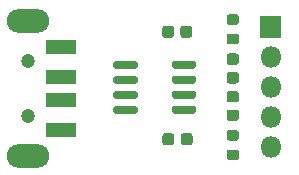
<source format=gts>
%TF.GenerationSoftware,KiCad,Pcbnew,(5.1.9)-1*%
%TF.CreationDate,2021-02-20T19:07:58+08:00*%
%TF.ProjectId,test,74657374-2e6b-4696-9361-645f70636258,rev?*%
%TF.SameCoordinates,Original*%
%TF.FileFunction,Soldermask,Top*%
%TF.FilePolarity,Negative*%
%FSLAX46Y46*%
G04 Gerber Fmt 4.6, Leading zero omitted, Abs format (unit mm)*
G04 Created by KiCad (PCBNEW (5.1.9)-1) date 2021-02-20 19:07:58*
%MOMM*%
%LPD*%
G01*
G04 APERTURE LIST*
%ADD10C,1.200000*%
%ADD11O,3.600000X2.000000*%
%ADD12O,1.800000X1.800000*%
G04 APERTURE END LIST*
%TO.C,D2*%
G36*
G01*
X120681250Y-90012500D02*
X120118750Y-90012500D01*
G75*
G02*
X119875000Y-89768750I0J243750D01*
G01*
X119875000Y-89281250D01*
G75*
G02*
X120118750Y-89037500I243750J0D01*
G01*
X120681250Y-89037500D01*
G75*
G02*
X120925000Y-89281250I0J-243750D01*
G01*
X120925000Y-89768750D01*
G75*
G02*
X120681250Y-90012500I-243750J0D01*
G01*
G37*
G36*
G01*
X120681250Y-91587500D02*
X120118750Y-91587500D01*
G75*
G02*
X119875000Y-91343750I0J243750D01*
G01*
X119875000Y-90856250D01*
G75*
G02*
X120118750Y-90612500I243750J0D01*
G01*
X120681250Y-90612500D01*
G75*
G02*
X120925000Y-90856250I0J-243750D01*
G01*
X120925000Y-91343750D01*
G75*
G02*
X120681250Y-91587500I-243750J0D01*
G01*
G37*
%TD*%
%TO.C,C1*%
G36*
G01*
X115450000Y-96025000D02*
X115450000Y-96575000D01*
G75*
G02*
X115200000Y-96825000I-250000J0D01*
G01*
X114700000Y-96825000D01*
G75*
G02*
X114450000Y-96575000I0J250000D01*
G01*
X114450000Y-96025000D01*
G75*
G02*
X114700000Y-95775000I250000J0D01*
G01*
X115200000Y-95775000D01*
G75*
G02*
X115450000Y-96025000I0J-250000D01*
G01*
G37*
G36*
G01*
X117000000Y-96025000D02*
X117000000Y-96575000D01*
G75*
G02*
X116750000Y-96825000I-250000J0D01*
G01*
X116250000Y-96825000D01*
G75*
G02*
X116000000Y-96575000I0J250000D01*
G01*
X116000000Y-96025000D01*
G75*
G02*
X116250000Y-95775000I250000J0D01*
G01*
X116750000Y-95775000D01*
G75*
G02*
X117000000Y-96025000I0J-250000D01*
G01*
G37*
%TD*%
%TO.C,C2*%
G36*
G01*
X115975000Y-87475000D02*
X115975000Y-86925000D01*
G75*
G02*
X116225000Y-86675000I250000J0D01*
G01*
X116725000Y-86675000D01*
G75*
G02*
X116975000Y-86925000I0J-250000D01*
G01*
X116975000Y-87475000D01*
G75*
G02*
X116725000Y-87725000I-250000J0D01*
G01*
X116225000Y-87725000D01*
G75*
G02*
X115975000Y-87475000I0J250000D01*
G01*
G37*
G36*
G01*
X114425000Y-87475000D02*
X114425000Y-86925000D01*
G75*
G02*
X114675000Y-86675000I250000J0D01*
G01*
X115175000Y-86675000D01*
G75*
G02*
X115425000Y-86925000I0J-250000D01*
G01*
X115425000Y-87475000D01*
G75*
G02*
X115175000Y-87725000I-250000J0D01*
G01*
X114675000Y-87725000D01*
G75*
G02*
X114425000Y-87475000I0J250000D01*
G01*
G37*
%TD*%
D10*
%TO.C,J1*%
X103100000Y-89700000D03*
X103100000Y-94300000D03*
D11*
X103100000Y-86300000D03*
X103100000Y-97700000D03*
G36*
G01*
X107150000Y-87950000D02*
X107150000Y-89050000D01*
G75*
G02*
X107100000Y-89100000I-50000J0D01*
G01*
X104600000Y-89100000D01*
G75*
G02*
X104550000Y-89050000I0J50000D01*
G01*
X104550000Y-87950000D01*
G75*
G02*
X104600000Y-87900000I50000J0D01*
G01*
X107100000Y-87900000D01*
G75*
G02*
X107150000Y-87950000I0J-50000D01*
G01*
G37*
G36*
G01*
X107150000Y-94950000D02*
X107150000Y-96050000D01*
G75*
G02*
X107100000Y-96100000I-50000J0D01*
G01*
X104600000Y-96100000D01*
G75*
G02*
X104550000Y-96050000I0J50000D01*
G01*
X104550000Y-94950000D01*
G75*
G02*
X104600000Y-94900000I50000J0D01*
G01*
X107100000Y-94900000D01*
G75*
G02*
X107150000Y-94950000I0J-50000D01*
G01*
G37*
G36*
G01*
X107150000Y-90450000D02*
X107150000Y-91550000D01*
G75*
G02*
X107100000Y-91600000I-50000J0D01*
G01*
X104600000Y-91600000D01*
G75*
G02*
X104550000Y-91550000I0J50000D01*
G01*
X104550000Y-90450000D01*
G75*
G02*
X104600000Y-90400000I50000J0D01*
G01*
X107100000Y-90400000D01*
G75*
G02*
X107150000Y-90450000I0J-50000D01*
G01*
G37*
G36*
G01*
X107150000Y-92450000D02*
X107150000Y-93550000D01*
G75*
G02*
X107100000Y-93600000I-50000J0D01*
G01*
X104600000Y-93600000D01*
G75*
G02*
X104550000Y-93550000I0J50000D01*
G01*
X104550000Y-92450000D01*
G75*
G02*
X104600000Y-92400000I50000J0D01*
G01*
X107100000Y-92400000D01*
G75*
G02*
X107150000Y-92450000I0J-50000D01*
G01*
G37*
%TD*%
%TO.C,D1*%
G36*
G01*
X120118750Y-93787500D02*
X120681250Y-93787500D01*
G75*
G02*
X120925000Y-94031250I0J-243750D01*
G01*
X120925000Y-94518750D01*
G75*
G02*
X120681250Y-94762500I-243750J0D01*
G01*
X120118750Y-94762500D01*
G75*
G02*
X119875000Y-94518750I0J243750D01*
G01*
X119875000Y-94031250D01*
G75*
G02*
X120118750Y-93787500I243750J0D01*
G01*
G37*
G36*
G01*
X120118750Y-92212500D02*
X120681250Y-92212500D01*
G75*
G02*
X120925000Y-92456250I0J-243750D01*
G01*
X120925000Y-92943750D01*
G75*
G02*
X120681250Y-93187500I-243750J0D01*
G01*
X120118750Y-93187500D01*
G75*
G02*
X119875000Y-92943750I0J243750D01*
G01*
X119875000Y-92456250D01*
G75*
G02*
X120118750Y-92212500I243750J0D01*
G01*
G37*
%TD*%
D12*
%TO.C,J2*%
X123600000Y-96960000D03*
X123600000Y-94420000D03*
X123600000Y-91880000D03*
X123600000Y-89340000D03*
G36*
G01*
X122700000Y-87650000D02*
X122700000Y-85950000D01*
G75*
G02*
X122750000Y-85900000I50000J0D01*
G01*
X124450000Y-85900000D01*
G75*
G02*
X124500000Y-85950000I0J-50000D01*
G01*
X124500000Y-87650000D01*
G75*
G02*
X124450000Y-87700000I-50000J0D01*
G01*
X122750000Y-87700000D01*
G75*
G02*
X122700000Y-87650000I0J50000D01*
G01*
G37*
%TD*%
%TO.C,R1*%
G36*
G01*
X120700000Y-96425000D02*
X120100000Y-96425000D01*
G75*
G02*
X119875000Y-96200000I0J225000D01*
G01*
X119875000Y-95750000D01*
G75*
G02*
X120100000Y-95525000I225000J0D01*
G01*
X120700000Y-95525000D01*
G75*
G02*
X120925000Y-95750000I0J-225000D01*
G01*
X120925000Y-96200000D01*
G75*
G02*
X120700000Y-96425000I-225000J0D01*
G01*
G37*
G36*
G01*
X120700000Y-98075000D02*
X120100000Y-98075000D01*
G75*
G02*
X119875000Y-97850000I0J225000D01*
G01*
X119875000Y-97400000D01*
G75*
G02*
X120100000Y-97175000I225000J0D01*
G01*
X120700000Y-97175000D01*
G75*
G02*
X120925000Y-97400000I0J-225000D01*
G01*
X120925000Y-97850000D01*
G75*
G02*
X120700000Y-98075000I-225000J0D01*
G01*
G37*
%TD*%
%TO.C,R2*%
G36*
G01*
X120100000Y-87375000D02*
X120700000Y-87375000D01*
G75*
G02*
X120925000Y-87600000I0J-225000D01*
G01*
X120925000Y-88050000D01*
G75*
G02*
X120700000Y-88275000I-225000J0D01*
G01*
X120100000Y-88275000D01*
G75*
G02*
X119875000Y-88050000I0J225000D01*
G01*
X119875000Y-87600000D01*
G75*
G02*
X120100000Y-87375000I225000J0D01*
G01*
G37*
G36*
G01*
X120100000Y-85725000D02*
X120700000Y-85725000D01*
G75*
G02*
X120925000Y-85950000I0J-225000D01*
G01*
X120925000Y-86400000D01*
G75*
G02*
X120700000Y-86625000I-225000J0D01*
G01*
X120100000Y-86625000D01*
G75*
G02*
X119875000Y-86400000I0J225000D01*
G01*
X119875000Y-85950000D01*
G75*
G02*
X120100000Y-85725000I225000J0D01*
G01*
G37*
%TD*%
%TO.C,U1*%
G36*
G01*
X115250000Y-90170000D02*
X115250000Y-89820000D01*
G75*
G02*
X115425000Y-89645000I175000J0D01*
G01*
X117125000Y-89645000D01*
G75*
G02*
X117300000Y-89820000I0J-175000D01*
G01*
X117300000Y-90170000D01*
G75*
G02*
X117125000Y-90345000I-175000J0D01*
G01*
X115425000Y-90345000D01*
G75*
G02*
X115250000Y-90170000I0J175000D01*
G01*
G37*
G36*
G01*
X115250000Y-91440000D02*
X115250000Y-91090000D01*
G75*
G02*
X115425000Y-90915000I175000J0D01*
G01*
X117125000Y-90915000D01*
G75*
G02*
X117300000Y-91090000I0J-175000D01*
G01*
X117300000Y-91440000D01*
G75*
G02*
X117125000Y-91615000I-175000J0D01*
G01*
X115425000Y-91615000D01*
G75*
G02*
X115250000Y-91440000I0J175000D01*
G01*
G37*
G36*
G01*
X115250000Y-92710000D02*
X115250000Y-92360000D01*
G75*
G02*
X115425000Y-92185000I175000J0D01*
G01*
X117125000Y-92185000D01*
G75*
G02*
X117300000Y-92360000I0J-175000D01*
G01*
X117300000Y-92710000D01*
G75*
G02*
X117125000Y-92885000I-175000J0D01*
G01*
X115425000Y-92885000D01*
G75*
G02*
X115250000Y-92710000I0J175000D01*
G01*
G37*
G36*
G01*
X115250000Y-93980000D02*
X115250000Y-93630000D01*
G75*
G02*
X115425000Y-93455000I175000J0D01*
G01*
X117125000Y-93455000D01*
G75*
G02*
X117300000Y-93630000I0J-175000D01*
G01*
X117300000Y-93980000D01*
G75*
G02*
X117125000Y-94155000I-175000J0D01*
G01*
X115425000Y-94155000D01*
G75*
G02*
X115250000Y-93980000I0J175000D01*
G01*
G37*
G36*
G01*
X110300000Y-93980000D02*
X110300000Y-93630000D01*
G75*
G02*
X110475000Y-93455000I175000J0D01*
G01*
X112175000Y-93455000D01*
G75*
G02*
X112350000Y-93630000I0J-175000D01*
G01*
X112350000Y-93980000D01*
G75*
G02*
X112175000Y-94155000I-175000J0D01*
G01*
X110475000Y-94155000D01*
G75*
G02*
X110300000Y-93980000I0J175000D01*
G01*
G37*
G36*
G01*
X110300000Y-92710000D02*
X110300000Y-92360000D01*
G75*
G02*
X110475000Y-92185000I175000J0D01*
G01*
X112175000Y-92185000D01*
G75*
G02*
X112350000Y-92360000I0J-175000D01*
G01*
X112350000Y-92710000D01*
G75*
G02*
X112175000Y-92885000I-175000J0D01*
G01*
X110475000Y-92885000D01*
G75*
G02*
X110300000Y-92710000I0J175000D01*
G01*
G37*
G36*
G01*
X110300000Y-91440000D02*
X110300000Y-91090000D01*
G75*
G02*
X110475000Y-90915000I175000J0D01*
G01*
X112175000Y-90915000D01*
G75*
G02*
X112350000Y-91090000I0J-175000D01*
G01*
X112350000Y-91440000D01*
G75*
G02*
X112175000Y-91615000I-175000J0D01*
G01*
X110475000Y-91615000D01*
G75*
G02*
X110300000Y-91440000I0J175000D01*
G01*
G37*
G36*
G01*
X110300000Y-90170000D02*
X110300000Y-89820000D01*
G75*
G02*
X110475000Y-89645000I175000J0D01*
G01*
X112175000Y-89645000D01*
G75*
G02*
X112350000Y-89820000I0J-175000D01*
G01*
X112350000Y-90170000D01*
G75*
G02*
X112175000Y-90345000I-175000J0D01*
G01*
X110475000Y-90345000D01*
G75*
G02*
X110300000Y-90170000I0J175000D01*
G01*
G37*
%TD*%
M02*

</source>
